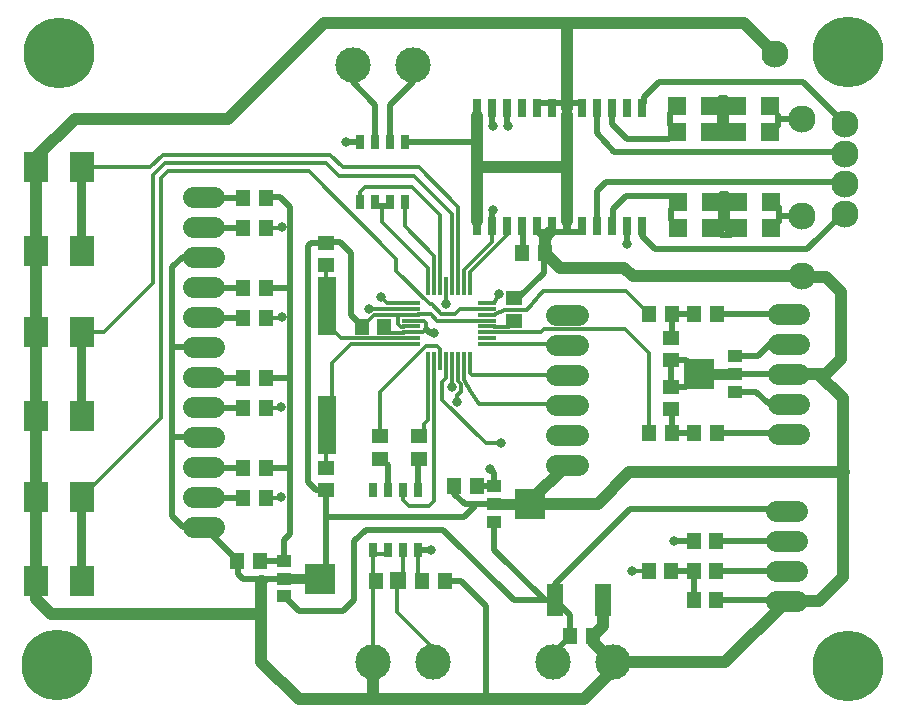
<source format=gbr>
%FSLAX34Y34*%
%MOMM*%
%LNCOPPER_TOP*%
G71*
G01*
%ADD10R, 1.400X1.300*%
%ADD11R, 1.600X1.600*%
%ADD12C, 0.500*%
%ADD13R, 0.670X1.600*%
%ADD14R, 1.300X1.400*%
%ADD15C, 0.800*%
%ADD16R, 0.650X1.270*%
%ADD17C, 6.000*%
%ADD18R, 2.000X2.500*%
%ADD19C, 0.800*%
%ADD20R, 0.400X1.600*%
%ADD21R, 1.600X0.400*%
%ADD22R, 1.500X5.000*%
%ADD23C, 0.350*%
%ADD24C, 0.300*%
%ADD25C, 2.300*%
%ADD26C, 1.000*%
%ADD27C, 3.000*%
%ADD28R, 1.300X1.000*%
%ADD29R, 2.540X2.540*%
%ADD30C, 0.000*%
%ADD31C, 1.800*%
%ADD32R, 1.380X2.790*%
%LPD*%
X268112Y189158D02*
G54D10*
D03*
X268112Y208158D02*
G54D10*
D03*
X616978Y411137D02*
G54D11*
D03*
X644978Y411137D02*
G54D11*
D03*
X616978Y433362D02*
G54D11*
D03*
X644978Y433362D02*
G54D11*
D03*
X566178Y411137D02*
G54D11*
D03*
X594178Y411137D02*
G54D11*
D03*
X566178Y433362D02*
G54D11*
D03*
X594178Y433362D02*
G54D11*
D03*
G54D12*
X559866Y426987D02*
X559866Y417462D01*
G54D12*
X610666Y404762D02*
X602728Y404762D01*
X602728Y439687D01*
X607491Y439687D01*
X607491Y409525D01*
X396066Y412319D02*
G54D13*
D03*
X408766Y412319D02*
G54D13*
D03*
X421466Y412319D02*
G54D13*
D03*
X434166Y412319D02*
G54D13*
D03*
X446866Y412319D02*
G54D13*
D03*
X459566Y412319D02*
G54D13*
D03*
X472266Y412319D02*
G54D13*
D03*
X484966Y412319D02*
G54D13*
D03*
X497666Y412319D02*
G54D13*
D03*
X510366Y412319D02*
G54D13*
D03*
X523066Y412319D02*
G54D13*
D03*
X535766Y412319D02*
G54D13*
D03*
X535766Y512319D02*
G54D13*
D03*
X523066Y512319D02*
G54D13*
D03*
X510366Y512319D02*
G54D13*
D03*
X497666Y512319D02*
G54D13*
D03*
X484966Y512319D02*
G54D13*
D03*
X472266Y512319D02*
G54D13*
D03*
X459566Y512319D02*
G54D13*
D03*
X446866Y512319D02*
G54D13*
D03*
X434166Y512319D02*
G54D13*
D03*
X421466Y512319D02*
G54D13*
D03*
X408766Y512319D02*
G54D13*
D03*
X396066Y512319D02*
G54D13*
D03*
X616184Y492100D02*
G54D11*
D03*
X644184Y492100D02*
G54D11*
D03*
X616184Y514325D02*
G54D11*
D03*
X644184Y514325D02*
G54D11*
D03*
X565384Y492100D02*
G54D11*
D03*
X593384Y492100D02*
G54D11*
D03*
X565384Y514325D02*
G54D11*
D03*
X593384Y514325D02*
G54D11*
D03*
G54D12*
X559072Y507950D02*
X559072Y498425D01*
G54D12*
X609872Y487312D02*
X601934Y487312D01*
X601934Y520650D01*
X606697Y520650D01*
X606697Y490487D01*
G54D12*
X651666Y416250D02*
X651666Y428950D01*
G54D12*
X650872Y497212D02*
X650872Y506737D01*
X453453Y389856D02*
G54D14*
D03*
X434453Y389856D02*
G54D14*
D03*
G54D12*
X484978Y517056D02*
X450053Y517056D01*
X409178Y497681D02*
G54D15*
D03*
X409178Y426244D02*
G54D15*
D03*
G54D12*
X434578Y407194D02*
X434578Y396081D01*
G54D12*
X452041Y394494D02*
X452041Y402431D01*
X447278Y407987D01*
X483791Y407987D01*
G54D12*
X509984Y506412D02*
X509984Y499269D01*
X522684Y486569D01*
X558403Y486569D01*
X559197Y487362D01*
G54D12*
X510778Y419100D02*
X510778Y427037D01*
X521891Y438150D01*
X559991Y438150D01*
X345762Y138608D02*
G54D16*
D03*
X333062Y138608D02*
G54D16*
D03*
X320362Y138608D02*
G54D16*
D03*
X307662Y138608D02*
G54D16*
D03*
X307662Y189408D02*
G54D16*
D03*
X320362Y189408D02*
G54D16*
D03*
X333062Y189408D02*
G54D16*
D03*
X345762Y189408D02*
G54D16*
D03*
X347287Y215720D02*
G54D10*
D03*
X347287Y234720D02*
G54D10*
D03*
X313949Y215720D02*
G54D10*
D03*
X313949Y234720D02*
G54D10*
D03*
X310062Y112502D02*
G54D14*
D03*
G36*
X322562Y119502D02*
X335562Y119502D01*
X335562Y105502D01*
X322562Y105502D01*
X322562Y119502D01*
G37*
G54D12*
X319380Y210783D02*
X320174Y210783D01*
X320968Y209989D01*
X320968Y191733D01*
G54D12*
X346368Y213958D02*
X346368Y194114D01*
X368793Y112433D02*
G54D14*
D03*
X349793Y112433D02*
G54D14*
D03*
X40369Y40728D02*
G54D17*
D03*
X41956Y559047D02*
G54D17*
D03*
X709897Y559840D02*
G54D17*
D03*
X709897Y40331D02*
G54D17*
D03*
X22944Y462859D02*
G54D18*
D03*
X61838Y462859D02*
G54D18*
D03*
X22944Y391422D02*
G54D18*
D03*
X61838Y391422D02*
G54D18*
D03*
X22944Y323159D02*
G54D18*
D03*
X61838Y323159D02*
G54D18*
D03*
X22944Y251722D02*
G54D18*
D03*
X61838Y251722D02*
G54D18*
D03*
G54D19*
X60325Y320753D02*
X60325Y255666D01*
X61119Y254872D01*
G54D19*
X61119Y461247D02*
X61119Y395366D01*
X354806Y298131D02*
G54D20*
D03*
X359806Y298131D02*
G54D20*
D03*
X364806Y298131D02*
G54D20*
D03*
X369806Y298131D02*
G54D20*
D03*
X374806Y298131D02*
G54D20*
D03*
X379806Y298131D02*
G54D20*
D03*
X384806Y298131D02*
G54D20*
D03*
X389806Y298131D02*
G54D20*
D03*
X404306Y312631D02*
G54D21*
D03*
X404306Y317631D02*
G54D21*
D03*
X404306Y322631D02*
G54D21*
D03*
X404306Y327631D02*
G54D21*
D03*
X404306Y332631D02*
G54D21*
D03*
X404306Y337631D02*
G54D21*
D03*
X404306Y342631D02*
G54D21*
D03*
X404306Y347631D02*
G54D21*
D03*
X389806Y362131D02*
G54D20*
D03*
X384806Y362131D02*
G54D20*
D03*
X379806Y362131D02*
G54D20*
D03*
X374806Y362131D02*
G54D20*
D03*
X369806Y362131D02*
G54D20*
D03*
X364806Y362131D02*
G54D20*
D03*
X359806Y362131D02*
G54D20*
D03*
X354806Y362131D02*
G54D20*
D03*
X340306Y347631D02*
G54D21*
D03*
X340306Y342631D02*
G54D21*
D03*
X340306Y337631D02*
G54D21*
D03*
X340306Y332631D02*
G54D21*
D03*
X340306Y327631D02*
G54D21*
D03*
X340306Y322631D02*
G54D21*
D03*
X340306Y317631D02*
G54D21*
D03*
X340306Y312631D02*
G54D21*
D03*
X269060Y344574D02*
G54D22*
D03*
X269060Y244562D02*
G54D22*
D03*
X268112Y379658D02*
G54D10*
D03*
X268112Y398658D02*
G54D10*
D03*
G54D23*
X269875Y322340D02*
X276225Y322340D01*
X280988Y317578D01*
X333375Y317578D01*
G54D23*
X273050Y266778D02*
X273050Y296940D01*
X288925Y312816D01*
X333375Y312816D01*
G54D24*
X411162Y312419D02*
X462359Y312419D01*
G54D24*
X389731Y291384D02*
X389731Y288606D01*
X392112Y286225D01*
X463153Y286225D01*
G54D24*
X384969Y290987D02*
X384969Y282653D01*
X391319Y271937D01*
X397669Y261619D01*
X462756Y261619D01*
X369888Y346550D02*
G54D15*
D03*
G54D23*
X369888Y355281D02*
X369888Y348534D01*
G54D23*
X346472Y332262D02*
X351234Y332262D01*
X353219Y330278D01*
X353219Y325516D01*
X350441Y322737D01*
X346869Y322737D01*
X707231Y499347D02*
G54D25*
D03*
X707231Y473947D02*
G54D25*
D03*
X707231Y448547D02*
G54D25*
D03*
X707231Y423147D02*
G54D25*
D03*
G54D12*
X537369Y516809D02*
X537369Y521572D01*
X550069Y534272D01*
X672306Y534272D01*
X707231Y499347D01*
G54D12*
X497681Y505697D02*
X497681Y491409D01*
X511969Y475534D01*
X707231Y475534D01*
G54D12*
X497681Y418384D02*
X497681Y442197D01*
X505619Y450134D01*
X708819Y450134D01*
G54D12*
X535781Y407272D02*
X535781Y404097D01*
X546894Y392984D01*
X675481Y392984D01*
X707231Y424734D01*
G54D12*
X408781Y499347D02*
X408781Y505697D01*
G54D12*
X408781Y419972D02*
X408781Y424734D01*
X421878Y497681D02*
G54D15*
D03*
G54D12*
X421481Y498950D02*
X421481Y506887D01*
X414338Y355203D02*
G54D15*
D03*
G54D23*
X409972Y347344D02*
X414338Y355203D01*
G54D26*
X395684Y505697D02*
X395684Y417194D01*
G54D26*
X470694Y462437D02*
X396478Y462437D01*
X396081Y462834D01*
G54D26*
X472281Y506490D02*
X472281Y417194D01*
X334908Y433259D02*
G54D16*
D03*
X322208Y433259D02*
G54D16*
D03*
X309508Y433259D02*
G54D16*
D03*
X296808Y433259D02*
G54D16*
D03*
X296808Y484059D02*
G54D16*
D03*
X309508Y484059D02*
G54D16*
D03*
X322208Y484059D02*
G54D16*
D03*
X334908Y484059D02*
G54D16*
D03*
X341714Y548806D02*
G54D27*
D03*
X290914Y548806D02*
G54D27*
D03*
G54D12*
X341714Y548806D02*
X341714Y534575D01*
X322495Y515356D01*
X322495Y488369D01*
G54D12*
X290914Y548806D02*
X290914Y534237D01*
X309795Y515356D01*
X309795Y488369D01*
G54D12*
X322495Y429631D02*
X309795Y429631D01*
G54D23*
X354806Y367584D02*
X354806Y377109D01*
X315516Y416400D01*
X315516Y428703D01*
X315912Y429100D01*
G54D23*
X359966Y367981D02*
X359966Y387428D01*
X334962Y412431D01*
X334962Y428306D01*
G54D23*
X364728Y368378D02*
X364728Y422353D01*
X341312Y445769D01*
X300831Y445769D01*
X296862Y441800D01*
X296862Y436640D01*
X307800Y43297D02*
G54D27*
D03*
X358600Y43297D02*
G54D27*
D03*
G54D23*
X345652Y134186D02*
X345652Y117914D01*
G54D23*
X332952Y134583D02*
X332952Y117914D01*
G54D23*
X320649Y134583D02*
X307552Y134583D01*
X307552Y118708D01*
G54D23*
X328587Y106008D02*
X328587Y85767D01*
X358749Y55605D01*
G54D23*
X307552Y106405D02*
X307552Y55208D01*
G54D23*
X351234Y240187D02*
X351234Y244950D01*
X354409Y248125D01*
X354409Y291384D01*
G54D23*
X333375Y184625D02*
X333375Y181053D01*
X338534Y175894D01*
X355600Y175894D01*
X359569Y179862D01*
X359569Y292178D01*
G54D23*
X313928Y241378D02*
X313928Y271937D01*
X353219Y311228D01*
X362347Y311228D01*
X364728Y308847D01*
X364728Y304481D01*
X614545Y272354D02*
G54D28*
D03*
X614545Y302554D02*
G54D28*
D03*
X614645Y287654D02*
G54D28*
D03*
X584145Y287754D02*
G54D29*
D03*
G36*
X608245Y283554D02*
X595545Y283554D01*
X595545Y291454D01*
X609845Y291454D01*
X609845Y283554D01*
X608245Y283554D01*
G37*
G54D30*
X608245Y283554D02*
X595545Y283554D01*
X595545Y291454D01*
X609845Y291454D01*
X609845Y283554D01*
X608245Y283554D01*
G54D12*
X614645Y287654D02*
X659461Y287654D01*
X659500Y287616D01*
G54D12*
X614545Y302554D02*
X634264Y302554D01*
X644922Y313212D01*
X659303Y313212D01*
X659500Y313016D01*
G54D12*
X614545Y272354D02*
X632202Y272354D01*
X642144Y262412D01*
X659303Y262412D01*
X659500Y262216D01*
X598880Y338255D02*
G54D14*
D03*
X579880Y338255D02*
G54D14*
D03*
X560880Y338255D02*
G54D14*
D03*
X541880Y338255D02*
G54D14*
D03*
X560011Y298989D02*
G54D10*
D03*
X560011Y317989D02*
G54D10*
D03*
G54D12*
X579880Y338255D02*
X560880Y338255D01*
X560880Y318858D01*
X560011Y317989D01*
X598880Y237180D02*
G54D14*
D03*
X579880Y237180D02*
G54D14*
D03*
X560880Y237180D02*
G54D14*
D03*
X541880Y237180D02*
G54D14*
D03*
X560011Y276446D02*
G54D10*
D03*
X560011Y257446D02*
G54D10*
D03*
G54D12*
X579880Y237180D02*
X560880Y237180D01*
X560880Y256577D01*
X560011Y257446D01*
G54D12*
X598880Y338255D02*
X659339Y338255D01*
X659500Y338416D01*
G54D12*
X598880Y237180D02*
X659136Y237180D01*
X659500Y236816D01*
G54D12*
X560011Y276446D02*
X572837Y276446D01*
X584145Y287754D01*
G54D12*
X560011Y298989D02*
X572910Y298989D01*
X584145Y287754D01*
G54D12*
X560011Y298989D02*
X560011Y276446D01*
G54D24*
X411162Y337819D02*
X419894Y341787D01*
X438150Y341787D01*
X452041Y357662D01*
X522473Y357662D01*
X541880Y338255D01*
G54D31*
X463175Y337622D02*
X481175Y337622D01*
G54D31*
X463175Y312222D02*
X481175Y312222D01*
G54D31*
X463175Y286822D02*
X481175Y286822D01*
G54D31*
X463175Y261422D02*
X481175Y261422D01*
G54D31*
X463175Y236022D02*
X481175Y236022D01*
G54D31*
X463175Y210622D02*
X481175Y210622D01*
G54D31*
X650500Y236816D02*
X668500Y236816D01*
G54D31*
X650500Y262216D02*
X668500Y262216D01*
G54D31*
X650500Y287616D02*
X668500Y287616D01*
G54D31*
X650500Y313016D02*
X668500Y313016D01*
G54D31*
X650500Y338416D02*
X668500Y338416D01*
G54D24*
X410369Y322737D02*
X450056Y322737D01*
X452438Y325119D01*
X521494Y325119D01*
X541734Y304878D01*
X541734Y237326D01*
X541880Y237180D01*
G54D31*
X649309Y95528D02*
X667309Y95528D01*
G54D31*
X649309Y120928D02*
X667309Y120928D01*
G54D31*
X649309Y146328D02*
X667309Y146328D01*
G54D31*
X649309Y171728D02*
X667309Y171728D01*
X598484Y120768D02*
G54D14*
D03*
X579484Y120768D02*
G54D14*
D03*
X560484Y120768D02*
G54D14*
D03*
X541484Y120768D02*
G54D14*
D03*
X579484Y95765D02*
G54D14*
D03*
X598484Y95765D02*
G54D14*
D03*
G54D12*
X598484Y120768D02*
X658309Y120928D01*
X598288Y146272D02*
G54D14*
D03*
X579288Y146272D02*
G54D14*
D03*
G54D12*
X598288Y146272D02*
X658253Y146272D01*
X658309Y146328D01*
G54D12*
X560484Y120768D02*
X579484Y120768D01*
X579484Y95765D01*
G54D12*
X598484Y95765D02*
X658072Y95765D01*
X658309Y95528D01*
G54D31*
X155597Y386437D02*
X173597Y386437D01*
G54D31*
X155597Y411837D02*
X173597Y411837D01*
G54D31*
X155597Y437237D02*
X173597Y437237D01*
G54D31*
X155597Y310237D02*
X173597Y310237D01*
G54D31*
X155597Y335637D02*
X173597Y335637D01*
G54D31*
X155597Y361037D02*
X173597Y361037D01*
G54D31*
X155597Y234037D02*
X173597Y234037D01*
G54D31*
X155597Y259437D02*
X173597Y259437D01*
G54D31*
X155597Y284837D02*
X173597Y284837D01*
G54D31*
X155597Y157837D02*
X173597Y157837D01*
G54D31*
X155597Y183237D02*
X173597Y183237D01*
G54D31*
X155597Y208637D02*
X173597Y208637D01*
G54D24*
X268112Y379658D02*
X268112Y360616D01*
X269875Y358853D01*
G54D24*
X268112Y208158D02*
X268112Y230090D01*
X269875Y231853D01*
X217094Y182640D02*
G54D14*
D03*
X198094Y182640D02*
G54D14*
D03*
X198286Y208184D02*
G54D14*
D03*
X217286Y208184D02*
G54D14*
D03*
G54D12*
X177800Y208040D02*
X198143Y208040D01*
X198286Y208184D01*
G54D12*
X177800Y182640D02*
X198094Y182640D01*
X217094Y258840D02*
G54D14*
D03*
X198094Y258840D02*
G54D14*
D03*
X198286Y284384D02*
G54D14*
D03*
X217286Y284384D02*
G54D14*
D03*
G54D12*
X177800Y284240D02*
X198143Y284240D01*
X198286Y284384D01*
G54D12*
X177800Y258840D02*
X198094Y258840D01*
X217094Y335040D02*
G54D14*
D03*
X198094Y335040D02*
G54D14*
D03*
X198286Y360584D02*
G54D14*
D03*
X217286Y360584D02*
G54D14*
D03*
G54D12*
X177800Y360440D02*
X198143Y360440D01*
X198286Y360584D01*
G54D12*
X177800Y335040D02*
X198094Y335040D01*
X217094Y411240D02*
G54D14*
D03*
X198094Y411240D02*
G54D14*
D03*
X198286Y436784D02*
G54D14*
D03*
X217286Y436784D02*
G54D14*
D03*
G54D12*
X177800Y436640D02*
X198143Y436640D01*
X198286Y436784D01*
G54D12*
X177800Y411240D02*
X198094Y411240D01*
X229791Y259237D02*
G54D15*
D03*
X229791Y183037D02*
G54D15*
D03*
X374650Y276700D02*
G54D15*
D03*
X379412Y264000D02*
G54D15*
D03*
G54D24*
X374650Y276700D02*
X374650Y291384D01*
G54D24*
X379412Y264000D02*
X379412Y269556D01*
X382191Y272334D01*
X382191Y279081D01*
X379809Y281462D01*
X379809Y291781D01*
G54D24*
X217094Y182640D02*
X229394Y182640D01*
X229791Y183037D01*
G54D24*
X217094Y258840D02*
X229394Y258840D01*
X229791Y259237D01*
X427680Y332334D02*
G54D10*
D03*
X427680Y351334D02*
G54D10*
D03*
G54D24*
X410369Y327500D02*
X422846Y327500D01*
X427680Y332334D01*
X22944Y183459D02*
G54D18*
D03*
X61838Y183459D02*
G54D18*
D03*
X22944Y112022D02*
G54D18*
D03*
X61838Y112022D02*
G54D18*
D03*
G54D19*
X60325Y181053D02*
X60325Y115966D01*
X61119Y115172D01*
G54D24*
X346075Y337819D02*
X357188Y337819D01*
X362347Y332659D01*
X398066Y332659D01*
G54D24*
X398859Y342581D02*
X381794Y342581D01*
X377428Y338216D01*
X365919Y338216D01*
X357584Y346550D01*
X355997Y346550D01*
X327819Y374728D01*
X327819Y385047D01*
X253603Y459262D01*
X134144Y459262D01*
X128588Y453706D01*
X128588Y250209D01*
X61838Y183459D01*
G54D24*
X61838Y323159D02*
X80194Y323159D01*
X121444Y364409D01*
X121444Y455690D01*
X131762Y466009D01*
X267891Y466009D01*
X279003Y454897D01*
X342900Y454897D01*
X374650Y423147D01*
X374650Y367981D01*
X375047Y367584D01*
G54D24*
X61838Y462859D02*
X119484Y462859D01*
X129778Y473153D01*
X271859Y473153D01*
X282178Y462834D01*
X346472Y462834D01*
X380206Y429100D01*
X380206Y368775D01*
X232891Y129372D02*
G54D28*
D03*
X232891Y99172D02*
G54D28*
D03*
X232791Y114072D02*
G54D28*
D03*
X263291Y113972D02*
G54D29*
D03*
G36*
X239191Y118172D02*
X251891Y118172D01*
X251891Y110272D01*
X237591Y110272D01*
X237591Y118172D01*
X239191Y118172D01*
G37*
G54D30*
X239191Y118172D02*
X251891Y118172D01*
X251891Y110272D01*
X237591Y110272D01*
X237591Y118172D01*
X239191Y118172D01*
X304403Y342581D02*
G54D15*
D03*
X314722Y352503D02*
G54D15*
D03*
X230584Y335834D02*
G54D15*
D03*
X230584Y411637D02*
G54D15*
D03*
G54D24*
X217094Y411240D02*
X230188Y411240D01*
X230584Y411637D01*
G54D24*
X217094Y335040D02*
X229791Y335040D01*
X230584Y335834D01*
G54D24*
X314722Y352503D02*
X319484Y347740D01*
X334169Y347740D01*
X211935Y129459D02*
G54D14*
D03*
X192935Y129459D02*
G54D14*
D03*
G54D12*
X211935Y129459D02*
X232804Y129459D01*
X232891Y129372D01*
X232891Y147244D01*
X237331Y151684D01*
X237331Y428703D01*
X228997Y437037D01*
X217540Y437037D01*
X217286Y436784D01*
G54D12*
X217286Y360584D02*
X236681Y360584D01*
X236934Y360837D01*
G54D12*
X217286Y284384D02*
X237188Y284384D01*
X237331Y284240D01*
G54D12*
X217286Y208184D02*
X237188Y208184D01*
X237331Y208040D01*
X317504Y327500D02*
G54D14*
D03*
X298504Y327500D02*
G54D14*
D03*
G54D24*
X304403Y342581D02*
X334169Y342581D01*
G54D24*
X333772Y327500D02*
X331391Y327500D01*
X329009Y329881D01*
X329009Y335437D01*
X330994Y337422D01*
X334169Y337422D01*
G54D24*
X334169Y322340D02*
X322262Y322340D01*
G54D24*
X330994Y337422D02*
X309166Y337422D01*
X302816Y331072D01*
X460200Y43297D02*
G54D27*
D03*
X510999Y43297D02*
G54D27*
D03*
X494113Y65562D02*
G54D14*
D03*
X475113Y65562D02*
G54D14*
D03*
X462359Y95725D02*
G54D32*
D03*
X502259Y95725D02*
G54D32*
D03*
G54D12*
X460200Y43297D02*
X460200Y50649D01*
X475113Y65562D01*
X475113Y82971D01*
X462359Y95725D01*
X427434Y95725D01*
X367506Y155653D01*
X301625Y155653D01*
X291703Y145731D01*
X291703Y95725D01*
X282575Y86597D01*
X245466Y86597D01*
X232891Y99172D01*
X359569Y322340D02*
G54D15*
D03*
X410691Y192475D02*
G54D28*
D03*
X410691Y162275D02*
G54D28*
D03*
X410591Y177175D02*
G54D28*
D03*
X441091Y177075D02*
G54D29*
D03*
G36*
X416991Y181275D02*
X429691Y181275D01*
X429691Y173375D01*
X415391Y173375D01*
X415391Y181275D01*
X416991Y181275D01*
G37*
G54D30*
X416991Y181275D02*
X429691Y181275D01*
X429691Y173375D01*
X415391Y173375D01*
X415391Y181275D01*
X416991Y181275D01*
X395601Y192475D02*
G54D14*
D03*
X376601Y192475D02*
G54D14*
D03*
G54D12*
X462359Y95725D02*
X453231Y95725D01*
X410369Y138587D01*
X410369Y161953D01*
X410691Y162275D01*
G54D12*
X410691Y192475D02*
X395601Y192475D01*
G54D12*
X359569Y322340D02*
X356394Y322340D01*
X353219Y325516D01*
X407194Y207246D02*
G54D15*
D03*
G54D12*
X410691Y192475D02*
X410691Y203749D01*
X407194Y207246D01*
X562619Y146272D02*
G54D15*
D03*
G54D12*
X562619Y146272D02*
X579288Y146272D01*
G54D12*
X462359Y95725D02*
X462359Y109616D01*
X525462Y172719D01*
X657319Y172719D01*
X658309Y171728D01*
X522684Y397669D02*
G54D15*
D03*
G54D12*
X522684Y397669D02*
X522684Y406478D01*
X648388Y558284D02*
G54D25*
D03*
X671406Y503516D02*
G54D25*
D03*
X671406Y420966D02*
G54D25*
D03*
X671406Y370166D02*
G54D25*
D03*
G54D12*
X671406Y503516D02*
X651869Y503516D01*
X651669Y503316D01*
G54D12*
X671406Y420966D02*
X651869Y420966D01*
X651669Y420766D01*
G54D24*
X408781Y406081D02*
X408781Y399334D01*
X384572Y375125D01*
X384572Y368378D01*
G54D24*
X389731Y368378D02*
X389731Y373537D01*
X421481Y405287D01*
X357271Y138608D02*
G54D15*
D03*
G54D12*
X345762Y138608D02*
X357271Y138608D01*
X284901Y484059D02*
G54D15*
D03*
G54D12*
X284901Y484059D02*
X296808Y484059D01*
G54D12*
X298504Y327500D02*
X298504Y328000D01*
X289004Y337500D01*
X289004Y390050D01*
X280194Y398859D01*
X268313Y398859D01*
X268112Y398658D01*
X255387Y398658D01*
X252809Y396081D01*
X252809Y195659D01*
X259556Y188912D01*
X267866Y188912D01*
X268112Y189158D01*
G54D12*
X268112Y189158D02*
X268112Y118793D01*
X263291Y113972D01*
G54D12*
X232791Y114072D02*
X197475Y114072D01*
X193675Y117872D01*
X193675Y128719D01*
X192935Y129459D01*
X192935Y129499D01*
X164597Y157837D01*
G54D12*
X164597Y386437D02*
X146725Y386437D01*
X138112Y377825D01*
X138112Y167084D01*
X147241Y157956D01*
X164478Y157956D01*
X164597Y157837D01*
G54D12*
X164597Y234037D02*
X138231Y234037D01*
X138112Y234156D01*
G54D12*
X164597Y310237D02*
X138628Y310237D01*
X138509Y310356D01*
X415925Y228678D02*
G54D15*
D03*
X527447Y120331D02*
G54D15*
D03*
G54D24*
X369888Y291306D02*
X369888Y284162D01*
X366316Y280591D01*
X366316Y265509D01*
X403225Y228600D01*
X415847Y228600D01*
X415925Y228678D01*
G54D24*
X527447Y120331D02*
X541046Y120331D01*
X541484Y120768D01*
G54D12*
X376601Y192475D02*
X376601Y186168D01*
X385762Y177006D01*
X410422Y177006D01*
X410591Y177175D01*
G54D26*
X502259Y95725D02*
X502259Y73709D01*
X494113Y65562D01*
X494113Y60184D01*
X510999Y43297D01*
X606079Y43297D01*
X658309Y95528D01*
G54D26*
X441091Y177075D02*
X441091Y179538D01*
X472175Y210622D01*
G54D26*
X658309Y95528D02*
X685284Y95528D01*
X705644Y115888D01*
X705644Y266700D01*
X685006Y287338D01*
X659778Y287338D01*
X659500Y287616D01*
G54D26*
X685006Y287338D02*
X691753Y287338D01*
X704453Y300038D01*
X704453Y356791D01*
X691753Y369491D01*
X672081Y369491D01*
X671406Y370166D01*
G54D12*
X427680Y351334D02*
X431106Y351334D01*
X452834Y373062D01*
X452834Y389237D01*
X453453Y389856D01*
G54D26*
X453453Y389856D02*
X453453Y402653D01*
X457994Y407194D01*
G54D26*
X671406Y370166D02*
X527963Y370166D01*
X520700Y377428D01*
X465881Y377428D01*
X453453Y389856D01*
G54D26*
X307800Y43297D02*
X307800Y13715D01*
X307181Y13097D01*
G54D26*
X510999Y43297D02*
X510999Y36734D01*
X486569Y12303D01*
X244872Y12303D01*
X213519Y43656D01*
X213519Y111919D01*
X213916Y112316D01*
G54D26*
X22944Y462859D02*
X22944Y112022D01*
X22944Y96516D01*
X34925Y84534D01*
X213122Y84534D01*
X213519Y84931D01*
G54D26*
X441091Y177075D02*
X498147Y177075D01*
X525066Y203994D01*
X706438Y203994D01*
G54D26*
X22944Y462859D02*
X22944Y471016D01*
X55562Y503634D01*
X185341Y503634D01*
X266303Y584597D01*
X622075Y584597D01*
X648388Y558284D01*
G54D26*
X472266Y512319D02*
X472266Y583391D01*
X472678Y583803D01*
G54D12*
X334908Y484059D02*
X395556Y484059D01*
X395684Y484188D01*
G54D12*
X271859Y165894D02*
X384572Y165894D01*
X394097Y175419D01*
G54D12*
X368793Y112433D02*
X382470Y112433D01*
X404019Y90884D01*
X404019Y11906D01*
X404416Y11509D01*
M02*

</source>
